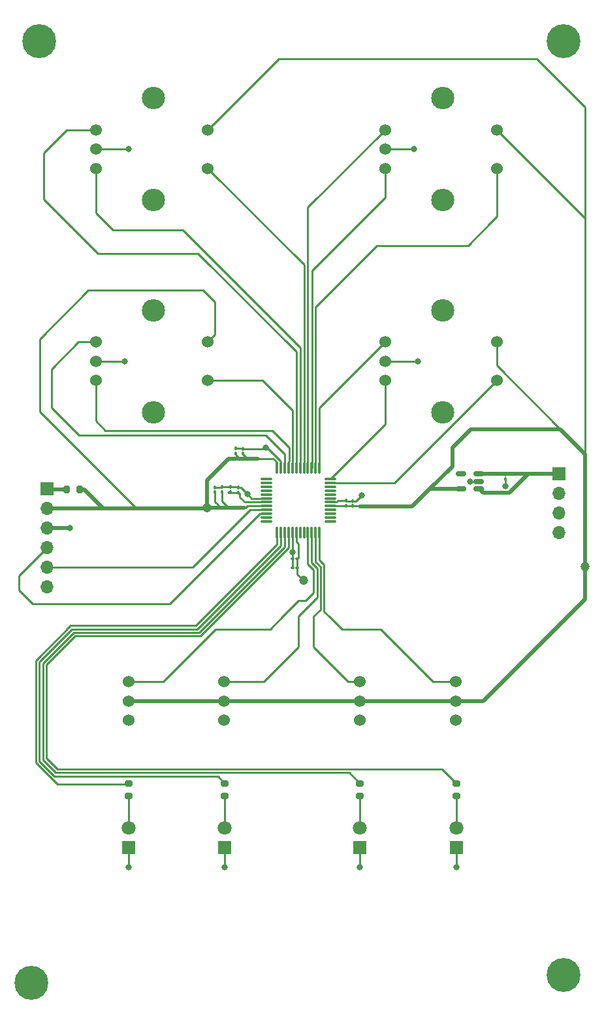
<source format=gbr>
%TF.GenerationSoftware,KiCad,Pcbnew,(6.0.10)*%
%TF.CreationDate,2023-03-01T09:57:49-08:00*%
%TF.ProjectId,IOBoard_ATSAMD21,494f426f-6172-4645-9f41-5453414d4432,rev?*%
%TF.SameCoordinates,Original*%
%TF.FileFunction,Copper,L1,Top*%
%TF.FilePolarity,Positive*%
%FSLAX46Y46*%
G04 Gerber Fmt 4.6, Leading zero omitted, Abs format (unit mm)*
G04 Created by KiCad (PCBNEW (6.0.10)) date 2023-03-01 09:57:49*
%MOMM*%
%LPD*%
G01*
G04 APERTURE LIST*
G04 Aperture macros list*
%AMRoundRect*
0 Rectangle with rounded corners*
0 $1 Rounding radius*
0 $2 $3 $4 $5 $6 $7 $8 $9 X,Y pos of 4 corners*
0 Add a 4 corners polygon primitive as box body*
4,1,4,$2,$3,$4,$5,$6,$7,$8,$9,$2,$3,0*
0 Add four circle primitives for the rounded corners*
1,1,$1+$1,$2,$3*
1,1,$1+$1,$4,$5*
1,1,$1+$1,$6,$7*
1,1,$1+$1,$8,$9*
0 Add four rect primitives between the rounded corners*
20,1,$1+$1,$2,$3,$4,$5,0*
20,1,$1+$1,$4,$5,$6,$7,0*
20,1,$1+$1,$6,$7,$8,$9,0*
20,1,$1+$1,$8,$9,$2,$3,0*%
G04 Aperture macros list end*
%TA.AperFunction,SMDPad,CuDef*%
%ADD10RoundRect,0.075000X0.075000X-0.662500X0.075000X0.662500X-0.075000X0.662500X-0.075000X-0.662500X0*%
%TD*%
%TA.AperFunction,SMDPad,CuDef*%
%ADD11RoundRect,0.075000X0.662500X-0.075000X0.662500X0.075000X-0.662500X0.075000X-0.662500X-0.075000X0*%
%TD*%
%TA.AperFunction,ComponentPad*%
%ADD12R,1.700000X1.700000*%
%TD*%
%TA.AperFunction,ComponentPad*%
%ADD13O,1.700000X1.700000*%
%TD*%
%TA.AperFunction,SMDPad,CuDef*%
%ADD14RoundRect,0.200000X0.275000X-0.200000X0.275000X0.200000X-0.275000X0.200000X-0.275000X-0.200000X0*%
%TD*%
%TA.AperFunction,ComponentPad*%
%ADD15R,1.800000X1.800000*%
%TD*%
%TA.AperFunction,ComponentPad*%
%ADD16C,1.800000*%
%TD*%
%TA.AperFunction,SMDPad,CuDef*%
%ADD17RoundRect,0.100000X0.130000X0.100000X-0.130000X0.100000X-0.130000X-0.100000X0.130000X-0.100000X0*%
%TD*%
%TA.AperFunction,SMDPad,CuDef*%
%ADD18RoundRect,0.100000X-0.100000X0.130000X-0.100000X-0.130000X0.100000X-0.130000X0.100000X0.130000X0*%
%TD*%
%TA.AperFunction,SMDPad,CuDef*%
%ADD19RoundRect,0.100000X0.100000X-0.130000X0.100000X0.130000X-0.100000X0.130000X-0.100000X-0.130000X0*%
%TD*%
%TA.AperFunction,ComponentPad*%
%ADD20C,1.524000*%
%TD*%
%TA.AperFunction,ComponentPad*%
%ADD21O,3.000000X2.900000*%
%TD*%
%TA.AperFunction,SMDPad,CuDef*%
%ADD22RoundRect,0.200000X0.200000X0.275000X-0.200000X0.275000X-0.200000X-0.275000X0.200000X-0.275000X0*%
%TD*%
%TA.AperFunction,ComponentPad*%
%ADD23C,4.400000*%
%TD*%
%TA.AperFunction,SMDPad,CuDef*%
%ADD24RoundRect,0.150000X0.512500X0.150000X-0.512500X0.150000X-0.512500X-0.150000X0.512500X-0.150000X0*%
%TD*%
%TA.AperFunction,SMDPad,CuDef*%
%ADD25RoundRect,0.100000X-0.130000X-0.100000X0.130000X-0.100000X0.130000X0.100000X-0.130000X0.100000X0*%
%TD*%
%TA.AperFunction,ViaPad*%
%ADD26C,0.800000*%
%TD*%
%TA.AperFunction,ViaPad*%
%ADD27C,1.200000*%
%TD*%
%TA.AperFunction,Conductor*%
%ADD28C,0.250000*%
%TD*%
%TA.AperFunction,Conductor*%
%ADD29C,0.500000*%
%TD*%
G04 APERTURE END LIST*
D10*
%TO.P,U1,1,PA00*%
%TO.N,/LED0*%
X100850000Y-108662500D03*
%TO.P,U1,2,PA01*%
%TO.N,/LED1*%
X101350000Y-108662500D03*
%TO.P,U1,3,PA02*%
%TO.N,/LED2*%
X101850000Y-108662500D03*
%TO.P,U1,4,PA03*%
%TO.N,/LED3*%
X102350000Y-108662500D03*
%TO.P,U1,5,GNDANA*%
%TO.N,GND*%
X102850000Y-108662500D03*
%TO.P,U1,6,VDDANA*%
%TO.N,+3.3V*%
X103350000Y-108662500D03*
%TO.P,U1,7,PB08*%
%TO.N,unconnected-(U1-Pad7)*%
X103850000Y-108662500D03*
%TO.P,U1,8,PB09*%
%TO.N,unconnected-(U1-Pad8)*%
X104350000Y-108662500D03*
%TO.P,U1,9,PA04*%
%TO.N,/SW0*%
X104850000Y-108662500D03*
%TO.P,U1,10,PA05*%
%TO.N,/SW1*%
X105350000Y-108662500D03*
%TO.P,U1,11,PA06*%
%TO.N,/SW2*%
X105850000Y-108662500D03*
%TO.P,U1,12,PA07*%
%TO.N,/SW3*%
X106350000Y-108662500D03*
D11*
%TO.P,U1,13,PA08*%
%TO.N,/SDA*%
X107762500Y-107250000D03*
%TO.P,U1,14,PA09*%
%TO.N,/SCL*%
X107762500Y-106750000D03*
%TO.P,U1,15,PA10*%
%TO.N,unconnected-(U1-Pad15)*%
X107762500Y-106250000D03*
%TO.P,U1,16,PA11*%
%TO.N,unconnected-(U1-Pad16)*%
X107762500Y-105750000D03*
%TO.P,U1,17,VDDIO*%
%TO.N,+3.3V*%
X107762500Y-105250000D03*
%TO.P,U1,18,GND*%
%TO.N,GND*%
X107762500Y-104750000D03*
%TO.P,U1,19,PB10*%
%TO.N,unconnected-(U1-Pad19)*%
X107762500Y-104250000D03*
%TO.P,U1,20,PB11*%
%TO.N,unconnected-(U1-Pad20)*%
X107762500Y-103750000D03*
%TO.P,U1,21,PA12*%
%TO.N,unconnected-(U1-Pad21)*%
X107762500Y-103250000D03*
%TO.P,U1,22,PA13*%
%TO.N,unconnected-(U1-Pad22)*%
X107762500Y-102750000D03*
%TO.P,U1,23,PA14*%
%TO.N,/ENC3_SW*%
X107762500Y-102250000D03*
%TO.P,U1,24,PA15*%
%TO.N,/ENC3_B*%
X107762500Y-101750000D03*
D10*
%TO.P,U1,25,PA16*%
%TO.N,/ENC3_A*%
X106350000Y-100337500D03*
%TO.P,U1,26,PA17*%
%TO.N,/ENC2_SW*%
X105850000Y-100337500D03*
%TO.P,U1,27,PA18*%
%TO.N,/ENC2_B*%
X105350000Y-100337500D03*
%TO.P,U1,28,PA19*%
%TO.N,/ENC2_A*%
X104850000Y-100337500D03*
%TO.P,U1,29,PA20*%
%TO.N,/ENC1_SW*%
X104350000Y-100337500D03*
%TO.P,U1,30,PA21*%
%TO.N,/ENC1_B*%
X103850000Y-100337500D03*
%TO.P,U1,31,PA22*%
%TO.N,/ENC1_A*%
X103350000Y-100337500D03*
%TO.P,U1,32,PA23*%
%TO.N,/ENC0_SW*%
X102850000Y-100337500D03*
%TO.P,U1,33,PA24*%
%TO.N,/ENC0_B*%
X102350000Y-100337500D03*
%TO.P,U1,34,PA25*%
%TO.N,/ENC0_A*%
X101850000Y-100337500D03*
%TO.P,U1,35,GND*%
%TO.N,GND*%
X101350000Y-100337500D03*
%TO.P,U1,36,VDDIO*%
%TO.N,+3.3V*%
X100850000Y-100337500D03*
D11*
%TO.P,U1,37,PB22*%
%TO.N,unconnected-(U1-Pad37)*%
X99437500Y-101750000D03*
%TO.P,U1,38,PB23*%
%TO.N,unconnected-(U1-Pad38)*%
X99437500Y-102250000D03*
%TO.P,U1,39,PA27*%
%TO.N,unconnected-(U1-Pad39)*%
X99437500Y-102750000D03*
%TO.P,U1,40,~{RESET}*%
%TO.N,unconnected-(U1-Pad40)*%
X99437500Y-103250000D03*
%TO.P,U1,41,PA28*%
%TO.N,unconnected-(U1-Pad41)*%
X99437500Y-103750000D03*
%TO.P,U1,42,GND*%
%TO.N,GND*%
X99437500Y-104250000D03*
%TO.P,U1,43,VDDCORE*%
%TO.N,Net-(C1-Pad2)*%
X99437500Y-104750000D03*
%TO.P,U1,44,VDDIN*%
%TO.N,+3.3V*%
X99437500Y-105250000D03*
%TO.P,U1,45,PA30*%
%TO.N,/SWCLK*%
X99437500Y-105750000D03*
%TO.P,U1,46,PA31*%
%TO.N,/SWDIO*%
X99437500Y-106250000D03*
%TO.P,U1,47,PB02*%
%TO.N,unconnected-(U1-Pad47)*%
X99437500Y-106750000D03*
%TO.P,U1,48,PB03*%
%TO.N,unconnected-(U1-Pad48)*%
X99437500Y-107250000D03*
%TD*%
D12*
%TO.P,J1,1,~{MCLR}/VPP*%
%TO.N,Net-(J1-Pad1)*%
X71000000Y-103020000D03*
D13*
%TO.P,J1,2,VDD*%
%TO.N,+3.3V*%
X71000000Y-105560000D03*
%TO.P,J1,3,VSS*%
%TO.N,GND*%
X71000000Y-108100000D03*
%TO.P,J1,4,PGD/ICSPDAT*%
%TO.N,/SWDIO*%
X71000000Y-110640000D03*
%TO.P,J1,5,PGC/ICSPCLK*%
%TO.N,/SWCLK*%
X71000000Y-113180000D03*
%TO.P,J1,6,PGM/LVP*%
%TO.N,unconnected-(J1-Pad6)*%
X71000000Y-115720000D03*
%TD*%
D14*
%TO.P,R4,1*%
%TO.N,Net-(D4-Pad2)*%
X124100000Y-142825000D03*
%TO.P,R4,2*%
%TO.N,/LED3*%
X124100000Y-141175000D03*
%TD*%
D15*
%TO.P,D2,1,K*%
%TO.N,GND*%
X94100000Y-149500000D03*
D16*
%TO.P,D2,2,A*%
%TO.N,Net-(D2-Pad2)*%
X94100000Y-146960000D03*
%TD*%
D17*
%TO.P,C6,1*%
%TO.N,+3.3V*%
X103490000Y-113300000D03*
%TO.P,C6,2*%
%TO.N,GND*%
X102850000Y-113300000D03*
%TD*%
D18*
%TO.P,C4,1*%
%TO.N,GND*%
X110650000Y-104600000D03*
%TO.P,C4,2*%
%TO.N,+3.3V*%
X110650000Y-105240000D03*
%TD*%
D19*
%TO.P,C10,1*%
%TO.N,+3.3V*%
X93750000Y-103420000D03*
%TO.P,C10,2*%
%TO.N,GND*%
X93750000Y-102780000D03*
%TD*%
D18*
%TO.P,C5,1*%
%TO.N,VCC*%
X130462500Y-101135000D03*
%TO.P,C5,2*%
%TO.N,GND*%
X130462500Y-101775000D03*
%TD*%
D20*
%TO.P,ENC3,A,A*%
%TO.N,/ENC3_A*%
X114850000Y-84000000D03*
%TO.P,ENC3,B,B*%
%TO.N,/ENC3_B*%
X114850000Y-89000000D03*
%TO.P,ENC3,C,C*%
%TO.N,GND*%
X114850000Y-86500000D03*
%TO.P,ENC3,S1,S1*%
%TO.N,+3.3V*%
X129350000Y-84000000D03*
%TO.P,ENC3,S2,S2*%
%TO.N,/ENC3_SW*%
X129350000Y-89000000D03*
D21*
%TO.P,ENC3,SH*%
%TO.N,N/C*%
X122350000Y-93100000D03*
X122350000Y-79900000D03*
%TD*%
D20*
%TO.P,ENC1,A,A*%
%TO.N,/ENC1_A*%
X77350000Y-56500000D03*
%TO.P,ENC1,B,B*%
%TO.N,/ENC1_B*%
X77350000Y-61500000D03*
%TO.P,ENC1,C,C*%
%TO.N,GND*%
X77350000Y-59000000D03*
%TO.P,ENC1,S1,S1*%
%TO.N,+3.3V*%
X91850000Y-56500000D03*
%TO.P,ENC1,S2,S2*%
%TO.N,/ENC1_SW*%
X91850000Y-61500000D03*
D21*
%TO.P,ENC1,SH*%
%TO.N,N/C*%
X84850000Y-65600000D03*
X84850000Y-52400000D03*
%TD*%
D22*
%TO.P,R5,1*%
%TO.N,+3.3V*%
X75225000Y-103100000D03*
%TO.P,R5,2*%
%TO.N,Net-(J1-Pad1)*%
X73575000Y-103100000D03*
%TD*%
D14*
%TO.P,R1,1*%
%TO.N,Net-(D1-Pad2)*%
X81600000Y-142825000D03*
%TO.P,R1,2*%
%TO.N,/LED0*%
X81600000Y-141175000D03*
%TD*%
D23*
%TO.P,H4,1,1*%
%TO.N,GND*%
X138000000Y-45000000D03*
%TD*%
D15*
%TO.P,D4,1,K*%
%TO.N,GND*%
X124100000Y-149500000D03*
D16*
%TO.P,D4,2,A*%
%TO.N,Net-(D4-Pad2)*%
X124100000Y-146960000D03*
%TD*%
D20*
%TO.P,SW3,1*%
%TO.N,+3.3V*%
X111600000Y-130500000D03*
%TO.P,SW3,2*%
%TO.N,/SW2*%
X111600000Y-128000000D03*
%TO.P,SW3,3*%
%TO.N,unconnected-(SW3-Pad3)*%
X111600000Y-133000000D03*
%TD*%
D24*
%TO.P,U2,1,VIN*%
%TO.N,VCC*%
X127000000Y-103000000D03*
%TO.P,U2,2,GND*%
%TO.N,GND*%
X127000000Y-102050000D03*
%TO.P,U2,3,EN*%
%TO.N,VCC*%
X127000000Y-101100000D03*
%TO.P,U2,4,NC*%
%TO.N,unconnected-(U2-Pad4)*%
X124725000Y-101100000D03*
%TO.P,U2,5,VOUT*%
%TO.N,+3.3V*%
X124725000Y-103000000D03*
%TD*%
D18*
%TO.P,C2,1*%
%TO.N,GND*%
X95850000Y-102860000D03*
%TO.P,C2,2*%
%TO.N,Net-(C1-Pad2)*%
X95850000Y-103500000D03*
%TD*%
D14*
%TO.P,R2,1*%
%TO.N,Net-(D2-Pad2)*%
X94100000Y-142825000D03*
%TO.P,R2,2*%
%TO.N,/LED1*%
X94100000Y-141175000D03*
%TD*%
D23*
%TO.P,H1,1,1*%
%TO.N,GND*%
X138000000Y-166000000D03*
%TD*%
D15*
%TO.P,D3,1,K*%
%TO.N,GND*%
X111600000Y-149500000D03*
D16*
%TO.P,D3,2,A*%
%TO.N,Net-(D3-Pad2)*%
X111600000Y-146960000D03*
%TD*%
D20*
%TO.P,SW1,1*%
%TO.N,+3.3V*%
X81600000Y-130500000D03*
%TO.P,SW1,2*%
%TO.N,/SW0*%
X81600000Y-128000000D03*
%TO.P,SW1,3*%
%TO.N,unconnected-(SW1-Pad3)*%
X81600000Y-133000000D03*
%TD*%
D23*
%TO.P,H2,1,1*%
%TO.N,GND*%
X70000000Y-45000000D03*
%TD*%
D25*
%TO.P,C7,1*%
%TO.N,GND*%
X102845000Y-112100000D03*
%TO.P,C7,2*%
%TO.N,+3.3V*%
X103485000Y-112100000D03*
%TD*%
D12*
%TO.P,J2,1,Pin_1*%
%TO.N,VCC*%
X137400000Y-101100000D03*
D13*
%TO.P,J2,2,Pin_2*%
%TO.N,GND*%
X137400000Y-103640000D03*
%TO.P,J2,3,Pin_3*%
%TO.N,/SDA*%
X137400000Y-106180000D03*
%TO.P,J2,4,Pin_4*%
%TO.N,/SCL*%
X137400000Y-108720000D03*
%TD*%
D20*
%TO.P,ENC0,A,A*%
%TO.N,/ENC0_A*%
X77350000Y-84000000D03*
%TO.P,ENC0,B,B*%
%TO.N,/ENC0_B*%
X77350000Y-89000000D03*
%TO.P,ENC0,C,C*%
%TO.N,GND*%
X77350000Y-86500000D03*
%TO.P,ENC0,S1,S1*%
%TO.N,+3.3V*%
X91850000Y-84000000D03*
%TO.P,ENC0,S2,S2*%
%TO.N,/ENC0_SW*%
X91850000Y-89000000D03*
D21*
%TO.P,ENC0,SH*%
%TO.N,N/C*%
X84850000Y-79900000D03*
X84850000Y-93100000D03*
%TD*%
D19*
%TO.P,C8,1*%
%TO.N,+3.3V*%
X95500000Y-98420000D03*
%TO.P,C8,2*%
%TO.N,GND*%
X95500000Y-97780000D03*
%TD*%
D18*
%TO.P,C11,1*%
%TO.N,GND*%
X92800000Y-102835000D03*
%TO.P,C11,2*%
%TO.N,+3.3V*%
X92800000Y-103475000D03*
%TD*%
D23*
%TO.P,H3,1,1*%
%TO.N,GND*%
X69000000Y-167000000D03*
%TD*%
D14*
%TO.P,R3,1*%
%TO.N,Net-(D3-Pad2)*%
X111600000Y-142825000D03*
%TO.P,R3,2*%
%TO.N,/LED2*%
X111600000Y-141175000D03*
%TD*%
D20*
%TO.P,SW4,1*%
%TO.N,+3.3V*%
X124005000Y-130500000D03*
%TO.P,SW4,2*%
%TO.N,/SW3*%
X124005000Y-128000000D03*
%TO.P,SW4,3*%
%TO.N,unconnected-(SW4-Pad3)*%
X124005000Y-133000000D03*
%TD*%
D18*
%TO.P,C9,1*%
%TO.N,GND*%
X96400000Y-97835000D03*
%TO.P,C9,2*%
%TO.N,+3.3V*%
X96400000Y-98475000D03*
%TD*%
D15*
%TO.P,D1,1,K*%
%TO.N,GND*%
X81600000Y-149500000D03*
D16*
%TO.P,D1,2,A*%
%TO.N,Net-(D1-Pad2)*%
X81600000Y-146960000D03*
%TD*%
D19*
%TO.P,C3,1*%
%TO.N,+3.3V*%
X109800000Y-105220000D03*
%TO.P,C3,2*%
%TO.N,GND*%
X109800000Y-104580000D03*
%TD*%
D20*
%TO.P,SW2,1*%
%TO.N,+3.3V*%
X94005000Y-130500000D03*
%TO.P,SW2,2*%
%TO.N,/SW1*%
X94005000Y-128000000D03*
%TO.P,SW2,3*%
%TO.N,unconnected-(SW2-Pad3)*%
X94005000Y-133000000D03*
%TD*%
D18*
%TO.P,C1,1*%
%TO.N,GND*%
X94800000Y-102780000D03*
%TO.P,C1,2*%
%TO.N,Net-(C1-Pad2)*%
X94800000Y-103420000D03*
%TD*%
D20*
%TO.P,ENC2,A,A*%
%TO.N,/ENC2_A*%
X114850000Y-56500000D03*
%TO.P,ENC2,B,B*%
%TO.N,/ENC2_B*%
X114850000Y-61500000D03*
%TO.P,ENC2,C,C*%
%TO.N,GND*%
X114850000Y-59000000D03*
%TO.P,ENC2,S1,S1*%
%TO.N,+3.3V*%
X129350000Y-56500000D03*
%TO.P,ENC2,S2,S2*%
%TO.N,/ENC2_SW*%
X129350000Y-61500000D03*
D21*
%TO.P,ENC2,SH*%
%TO.N,N/C*%
X122350000Y-65600000D03*
X122350000Y-52400000D03*
%TD*%
D26*
%TO.N,GND*%
X81600000Y-152000000D03*
X125862500Y-102100000D03*
X99400000Y-97700000D03*
X119100000Y-86500000D03*
X102850000Y-111250000D03*
X74000000Y-108100000D03*
X130462500Y-102700000D03*
X81600000Y-59000000D03*
X124100000Y-152000000D03*
X97000000Y-103700000D03*
X94100000Y-152000000D03*
X111622618Y-152028360D03*
X118600000Y-59000000D03*
X81100000Y-86500000D03*
X111800000Y-103900000D03*
D27*
%TO.N,+3.3V*%
X91800000Y-105500000D03*
X104285000Y-114900000D03*
X140800000Y-113100000D03*
%TD*%
D28*
%TO.N,GND*%
X114850000Y-59000000D02*
X118600000Y-59000000D01*
X99265000Y-97835000D02*
X99400000Y-97700000D01*
X114850000Y-86500000D02*
X119100000Y-86500000D01*
X108750000Y-104580000D02*
X108580000Y-104750000D01*
X102850000Y-110650000D02*
X102850000Y-111250000D01*
X100400000Y-98500000D02*
X99600000Y-97700000D01*
X127000000Y-102050000D02*
X125912500Y-102050000D01*
X95850000Y-102860000D02*
X96160000Y-102860000D01*
X111600000Y-149500000D02*
X111622618Y-152028360D01*
X101350000Y-100337500D02*
X101350000Y-99450000D01*
X99600000Y-97700000D02*
X99400000Y-97700000D01*
X111622618Y-152028360D02*
X111600000Y-152000000D01*
X95770000Y-102780000D02*
X95850000Y-102860000D01*
X95500000Y-97780000D02*
X96345000Y-97780000D01*
X77350000Y-86500000D02*
X81100000Y-86500000D01*
X93750000Y-102780000D02*
X94800000Y-102780000D01*
X102850000Y-108662500D02*
X102850000Y-110650000D01*
X102845000Y-112100000D02*
X102845000Y-113295000D01*
X77350000Y-59000000D02*
X81600000Y-59000000D01*
X110650000Y-104600000D02*
X109820000Y-104600000D01*
X125862500Y-102100000D02*
X125912500Y-102050000D01*
X102845000Y-113295000D02*
X102850000Y-113300000D01*
X102850000Y-111250000D02*
X102850000Y-111990000D01*
X96400000Y-97835000D02*
X99265000Y-97835000D01*
D29*
X71000000Y-108100000D02*
X74000000Y-108100000D01*
D28*
X130462500Y-101775000D02*
X130462500Y-102700000D01*
X96160000Y-102860000D02*
X97000000Y-103700000D01*
X124100000Y-149500000D02*
X124100000Y-152000000D01*
X101350000Y-99450000D02*
X100400000Y-98500000D01*
X92800000Y-102835000D02*
X93695000Y-102835000D01*
X110650000Y-104600000D02*
X111100000Y-104600000D01*
X102850000Y-111990000D02*
X102960000Y-112100000D01*
X93695000Y-102835000D02*
X93750000Y-102780000D01*
X111100000Y-104600000D02*
X111800000Y-103900000D01*
X96345000Y-97780000D02*
X96400000Y-97835000D01*
X81600000Y-149500000D02*
X81600000Y-152000000D01*
X97550000Y-104250000D02*
X97000000Y-103700000D01*
X109820000Y-104600000D02*
X109800000Y-104580000D01*
X108580000Y-104750000D02*
X107762500Y-104750000D01*
X94500000Y-102780000D02*
X95770000Y-102780000D01*
X94100000Y-149500000D02*
X94100000Y-152000000D01*
X109800000Y-104580000D02*
X108750000Y-104580000D01*
X99437500Y-104250000D02*
X97550000Y-104250000D01*
%TO.N,Net-(C1-Pad2)*%
X96000000Y-104100000D02*
X96000000Y-103650000D01*
X94580000Y-103500000D02*
X94500000Y-103420000D01*
X95850000Y-103500000D02*
X94580000Y-103500000D01*
X96650000Y-104750000D02*
X96000000Y-104100000D01*
X99437500Y-104750000D02*
X96650000Y-104750000D01*
X96000000Y-103650000D02*
X95850000Y-103500000D01*
%TO.N,+3.3V*%
X95500000Y-98420000D02*
X95500000Y-98600000D01*
D29*
X123600000Y-100100000D02*
X123600000Y-97700000D01*
X91800000Y-105500000D02*
X93600000Y-105500000D01*
X94600000Y-99100000D02*
X96000000Y-99100000D01*
D28*
X103600000Y-111985000D02*
X103485000Y-112100000D01*
X70100000Y-93000000D02*
X70100000Y-83600000D01*
D29*
X75880000Y-103100000D02*
X78340000Y-105560000D01*
X118400000Y-105300000D02*
X111600000Y-105300000D01*
X78340000Y-105560000D02*
X71000000Y-105560000D01*
X94600000Y-105500000D02*
X96600000Y-105500000D01*
D28*
X70100000Y-83600000D02*
X76400000Y-77300000D01*
X103490000Y-113300000D02*
X103490000Y-114105000D01*
X129350000Y-84000000D02*
X129350000Y-87050000D01*
D29*
X75225000Y-103100000D02*
X75880000Y-103100000D01*
D28*
X140800000Y-53600000D02*
X134500000Y-47300000D01*
X92800000Y-78800000D02*
X92800000Y-83050000D01*
X111550000Y-105250000D02*
X107762500Y-105250000D01*
D29*
X127600000Y-130500000D02*
X140800000Y-117300000D01*
D28*
X140800000Y-67950000D02*
X129350000Y-56500000D01*
D29*
X91800000Y-105500000D02*
X91740000Y-105560000D01*
D28*
X96600000Y-105500000D02*
X96800000Y-105500000D01*
X95500000Y-98600000D02*
X96000000Y-99100000D01*
X96400000Y-98475000D02*
X96400000Y-98500000D01*
D29*
X91740000Y-105560000D02*
X82660000Y-105560000D01*
X124725000Y-103000000D02*
X120700000Y-103000000D01*
X124005000Y-130500000D02*
X127600000Y-130500000D01*
D28*
X92800000Y-104700000D02*
X93600000Y-105500000D01*
D29*
X93600000Y-105500000D02*
X94600000Y-105500000D01*
D28*
X92800000Y-103475000D02*
X92800000Y-104700000D01*
X82660000Y-105560000D02*
X70100000Y-93000000D01*
X96400000Y-98500000D02*
X97000000Y-99100000D01*
D29*
X118450000Y-105250000D02*
X120600000Y-103100000D01*
D28*
X91300000Y-77300000D02*
X92800000Y-78800000D01*
D29*
X137600000Y-95300000D02*
X140800000Y-98500000D01*
D28*
X134500000Y-47300000D02*
X101050000Y-47300000D01*
X92800000Y-83050000D02*
X91850000Y-84000000D01*
X111600000Y-105300000D02*
X111550000Y-105250000D01*
D29*
X111600000Y-130500000D02*
X124005000Y-130500000D01*
X140800000Y-98500000D02*
X140800000Y-113100000D01*
X126000000Y-95300000D02*
X137600000Y-95300000D01*
D28*
X103350000Y-108662500D02*
X103350000Y-109850000D01*
X129350000Y-87050000D02*
X137600000Y-95300000D01*
X100363604Y-99100000D02*
X98400000Y-99100000D01*
D29*
X123600000Y-97700000D02*
X126000000Y-95300000D01*
X91800000Y-105500000D02*
X91800000Y-101900000D01*
X81600000Y-130500000D02*
X94005000Y-130500000D01*
X82660000Y-105560000D02*
X78340000Y-105560000D01*
X91800000Y-101900000D02*
X94600000Y-99100000D01*
D28*
X100850000Y-99586396D02*
X100363604Y-99100000D01*
D29*
X118450000Y-105250000D02*
X118400000Y-105300000D01*
D28*
X97050000Y-105250000D02*
X99437500Y-105250000D01*
X76400000Y-77300000D02*
X91300000Y-77300000D01*
X101050000Y-47300000D02*
X91850000Y-56500000D01*
X96800000Y-105500000D02*
X97050000Y-105250000D01*
X93750000Y-104650000D02*
X94600000Y-105500000D01*
X93750000Y-103420000D02*
X93750000Y-104650000D01*
D29*
X140800000Y-117300000D02*
X140800000Y-113100000D01*
D28*
X103600000Y-110100000D02*
X103600000Y-111985000D01*
D29*
X120700000Y-103000000D02*
X120600000Y-103100000D01*
D28*
X140800000Y-98500000D02*
X140800000Y-67950000D01*
D29*
X97000000Y-99100000D02*
X98400000Y-99100000D01*
D28*
X103490000Y-114105000D02*
X104285000Y-114900000D01*
D29*
X120600000Y-103100000D02*
X123600000Y-100100000D01*
X96000000Y-99100000D02*
X97000000Y-99100000D01*
D28*
X140800000Y-67950000D02*
X140800000Y-53600000D01*
X100850000Y-100337500D02*
X100850000Y-99586396D01*
X103350000Y-109850000D02*
X103600000Y-110100000D01*
D29*
X94005000Y-130500000D02*
X111600000Y-130500000D01*
D28*
X103485000Y-113295000D02*
X103490000Y-113300000D01*
X103485000Y-112100000D02*
X103485000Y-113295000D01*
%TO.N,VCC*%
X127035000Y-101135000D02*
X127000000Y-101100000D01*
X127562500Y-103000000D02*
X127000000Y-103000000D01*
D29*
X133405000Y-101095000D02*
X127005000Y-101095000D01*
D28*
X130497500Y-101100000D02*
X130462500Y-101135000D01*
D29*
X127550000Y-103550000D02*
X127000000Y-103000000D01*
X130950000Y-103550000D02*
X127550000Y-103550000D01*
X137400000Y-101100000D02*
X137395000Y-101095000D01*
X133405000Y-101095000D02*
X130950000Y-103550000D01*
X127005000Y-101095000D02*
X127000000Y-101100000D01*
X137395000Y-101095000D02*
X133405000Y-101095000D01*
D28*
%TO.N,Net-(D1-Pad2)*%
X81600000Y-142825000D02*
X81600000Y-146960000D01*
%TO.N,Net-(D2-Pad2)*%
X94100000Y-142825000D02*
X94100000Y-146960000D01*
%TO.N,Net-(D3-Pad2)*%
X111600000Y-142825000D02*
X111600000Y-146960000D01*
%TO.N,Net-(D4-Pad2)*%
X124100000Y-142825000D02*
X124100000Y-146960000D01*
D29*
%TO.N,Net-(J1-Pad1)*%
X71080000Y-103100000D02*
X71000000Y-103020000D01*
X73575000Y-103100000D02*
X71080000Y-103100000D01*
D28*
%TO.N,/SWDIO*%
X67400000Y-114240000D02*
X71000000Y-110640000D01*
X99437500Y-106250000D02*
X98634315Y-106250000D01*
X69200000Y-117900000D02*
X67400000Y-116100000D01*
X98634315Y-106250000D02*
X86984315Y-117900000D01*
X86984315Y-117900000D02*
X69200000Y-117900000D01*
X67400000Y-116100000D02*
X67400000Y-114240000D01*
%TO.N,/SWCLK*%
X99437500Y-105750000D02*
X97350000Y-105750000D01*
X89920000Y-113180000D02*
X71000000Y-113180000D01*
X97350000Y-105750000D02*
X89920000Y-113180000D01*
%TO.N,/LED0*%
X100850000Y-108662500D02*
X100850000Y-110250000D01*
X69600000Y-138500000D02*
X72350000Y-141250000D01*
X69600000Y-125250000D02*
X69600000Y-138500000D01*
X72350000Y-141250000D02*
X81525000Y-141250000D01*
X81525000Y-141250000D02*
X81600000Y-141175000D01*
X90350000Y-120750000D02*
X74100000Y-120750000D01*
X74100000Y-120750000D02*
X69600000Y-125250000D01*
X100850000Y-110250000D02*
X90350000Y-120750000D01*
%TO.N,/LED1*%
X70050000Y-138313604D02*
X71986396Y-140250000D01*
X90536396Y-121200000D02*
X74286396Y-121200000D01*
X101350000Y-110386396D02*
X90536396Y-121200000D01*
X101350000Y-108662500D02*
X101350000Y-110386396D01*
X74286396Y-121200000D02*
X70050000Y-125436396D01*
X71986396Y-140250000D02*
X93175000Y-140250000D01*
X93175000Y-140250000D02*
X94100000Y-141175000D01*
X70050000Y-125436396D02*
X70050000Y-138313604D01*
%TO.N,/LED2*%
X70500000Y-125622792D02*
X70500000Y-138127208D01*
X101850000Y-110522792D02*
X90722792Y-121650000D01*
X72172792Y-139800000D02*
X110225000Y-139800000D01*
X74472792Y-121650000D02*
X70500000Y-125622792D01*
X70500000Y-138127208D02*
X72172792Y-139800000D01*
X101850000Y-108662500D02*
X101850000Y-110522792D01*
X110225000Y-139800000D02*
X111600000Y-141175000D01*
X90722792Y-121650000D02*
X74472792Y-121650000D01*
%TO.N,/LED3*%
X72359188Y-139350000D02*
X122275000Y-139350000D01*
X102350000Y-110659188D02*
X90909188Y-122100000D01*
X70950000Y-137940812D02*
X72359188Y-139350000D01*
X102350000Y-108662500D02*
X102350000Y-110659188D01*
X74659188Y-122100000D02*
X70950000Y-125809188D01*
X122275000Y-139350000D02*
X124100000Y-141175000D01*
X70950000Y-125809188D02*
X70950000Y-137940812D01*
X90909188Y-122100000D02*
X74659188Y-122100000D01*
%TO.N,/SW0*%
X103600000Y-117500000D02*
X101600000Y-119500000D01*
X86100000Y-128000000D02*
X92885000Y-121215000D01*
X101600000Y-119500000D02*
X101600000Y-119565000D01*
X92885000Y-121215000D02*
X99950000Y-121215000D01*
X104850000Y-108662500D02*
X104850000Y-112750000D01*
X104850000Y-112750000D02*
X105600000Y-113500000D01*
X104600000Y-117500000D02*
X103600000Y-117500000D01*
X99950000Y-121215000D02*
X101600000Y-119565000D01*
X105600000Y-116500000D02*
X104600000Y-117500000D01*
X105600000Y-113500000D02*
X105600000Y-116500000D01*
X81600000Y-128000000D02*
X86100000Y-128000000D01*
%TO.N,/SW1*%
X106050000Y-117115000D02*
X103600000Y-119565000D01*
X105318198Y-112581802D02*
X106050000Y-113313604D01*
X103600000Y-123500000D02*
X99100000Y-128000000D01*
X103600000Y-119565000D02*
X103600000Y-123500000D01*
X105325000Y-109400000D02*
X105318198Y-109406802D01*
X99100000Y-128000000D02*
X94005000Y-128000000D01*
X105318198Y-109406802D02*
X105318198Y-112581802D01*
X106050000Y-113313604D02*
X106050000Y-117115000D01*
%TO.N,/SW2*%
X105850000Y-112477208D02*
X105850000Y-108662500D01*
X105600000Y-123500000D02*
X105600000Y-119565000D01*
X111600000Y-128000000D02*
X110100000Y-128000000D01*
X106500000Y-113127208D02*
X105850000Y-112477208D01*
X105600000Y-119565000D02*
X106500000Y-118665000D01*
X110100000Y-128000000D02*
X105600000Y-123500000D01*
X106500000Y-118665000D02*
X106500000Y-113127208D01*
%TO.N,/SW3*%
X109285000Y-121215000D02*
X114315000Y-121215000D01*
X107600000Y-119565000D02*
X106950000Y-118915000D01*
X114315000Y-121215000D02*
X121100000Y-128000000D01*
X106350000Y-112250000D02*
X106350000Y-108662500D01*
X106950000Y-118915000D02*
X106950000Y-112850000D01*
X106950000Y-112850000D02*
X106350000Y-112250000D01*
X107600000Y-119565000D02*
X107635000Y-119565000D01*
X107635000Y-119565000D02*
X109285000Y-121215000D01*
X121100000Y-128000000D02*
X124005000Y-128000000D01*
%TO.N,/ENC0_A*%
X101850000Y-100337500D02*
X101850000Y-98550000D01*
X75100000Y-84000000D02*
X77350000Y-84000000D01*
X99400000Y-96100000D02*
X75200000Y-96100000D01*
X101850000Y-98550000D02*
X99400000Y-96100000D01*
X71600000Y-92500000D02*
X71600000Y-87500000D01*
X71600000Y-87500000D02*
X75100000Y-84000000D01*
X75200000Y-96100000D02*
X71600000Y-92500000D01*
%TO.N,/ENC0_B*%
X77350000Y-89000000D02*
X77350000Y-94250000D01*
X100200000Y-95500000D02*
X102400000Y-97700000D01*
X102350000Y-99450000D02*
X102350000Y-100337500D01*
X102400000Y-97700000D02*
X102400000Y-99500000D01*
X102400000Y-99500000D02*
X102350000Y-99450000D01*
X77350000Y-94250000D02*
X78600000Y-95500000D01*
X78600000Y-95500000D02*
X100200000Y-95500000D01*
%TO.N,/ENC0_SW*%
X99000000Y-89000000D02*
X102750000Y-92750000D01*
X102750000Y-92750000D02*
X102900000Y-92900000D01*
X91850000Y-89000000D02*
X99000000Y-89000000D01*
X102850000Y-92850000D02*
X102750000Y-92750000D01*
X102850000Y-100337500D02*
X102850000Y-92850000D01*
X91850000Y-89000000D02*
X92927630Y-89000000D01*
%TO.N,/ENC1_A*%
X77600000Y-72500000D02*
X70600000Y-65500000D01*
X73600000Y-56500000D02*
X77350000Y-56500000D01*
X103350000Y-100337500D02*
X103350000Y-85250000D01*
X103350000Y-85250000D02*
X90600000Y-72500000D01*
X70600000Y-59500000D02*
X73600000Y-56500000D01*
X90600000Y-72500000D02*
X77600000Y-72500000D01*
X70600000Y-65500000D02*
X70600000Y-59500000D01*
%TO.N,/ENC1_B*%
X88600000Y-69500000D02*
X103850000Y-84750000D01*
X77350000Y-61500000D02*
X77350000Y-67250000D01*
X79600000Y-69500000D02*
X88600000Y-69500000D01*
X77350000Y-67250000D02*
X79600000Y-69500000D01*
X103850000Y-84750000D02*
X103850000Y-100337500D01*
%TO.N,/ENC1_SW*%
X104350000Y-100337500D02*
X104350000Y-74000000D01*
X104350000Y-74000000D02*
X91850000Y-61500000D01*
%TO.N,/ENC2_A*%
X104850000Y-66500000D02*
X114850000Y-56500000D01*
X104850000Y-100337500D02*
X104850000Y-66500000D01*
%TO.N,/ENC2_B*%
X105375000Y-74725000D02*
X105375000Y-100312500D01*
X114850000Y-61500000D02*
X114850000Y-65250000D01*
X114850000Y-65250000D02*
X105375000Y-74725000D01*
X105375000Y-100312500D02*
X105350000Y-100337500D01*
%TO.N,/ENC2_SW*%
X129350000Y-61500000D02*
X129350000Y-67750000D01*
X129350000Y-67750000D02*
X128600000Y-68500000D01*
X125600000Y-71500000D02*
X128600000Y-68500000D01*
X124600000Y-71500000D02*
X125600000Y-71500000D01*
X105825000Y-88225000D02*
X105825000Y-79500000D01*
X105850000Y-100337500D02*
X105850000Y-88250000D01*
X105850000Y-88250000D02*
X105825000Y-88225000D01*
X113825000Y-71500000D02*
X124600000Y-71500000D01*
X105825000Y-79500000D02*
X113825000Y-71500000D01*
%TO.N,/ENC3_A*%
X114850000Y-84000000D02*
X106300000Y-92550000D01*
X106350000Y-92600000D02*
X106300000Y-92550000D01*
X106350000Y-100337500D02*
X106350000Y-92600000D01*
%TO.N,/ENC3_B*%
X114850000Y-94662500D02*
X114850000Y-89000000D01*
X107762500Y-101750000D02*
X114850000Y-94662500D01*
%TO.N,/ENC3_SW*%
X116100000Y-102250000D02*
X107762500Y-102250000D01*
X129350000Y-89000000D02*
X116100000Y-102250000D01*
%TD*%
M02*

</source>
